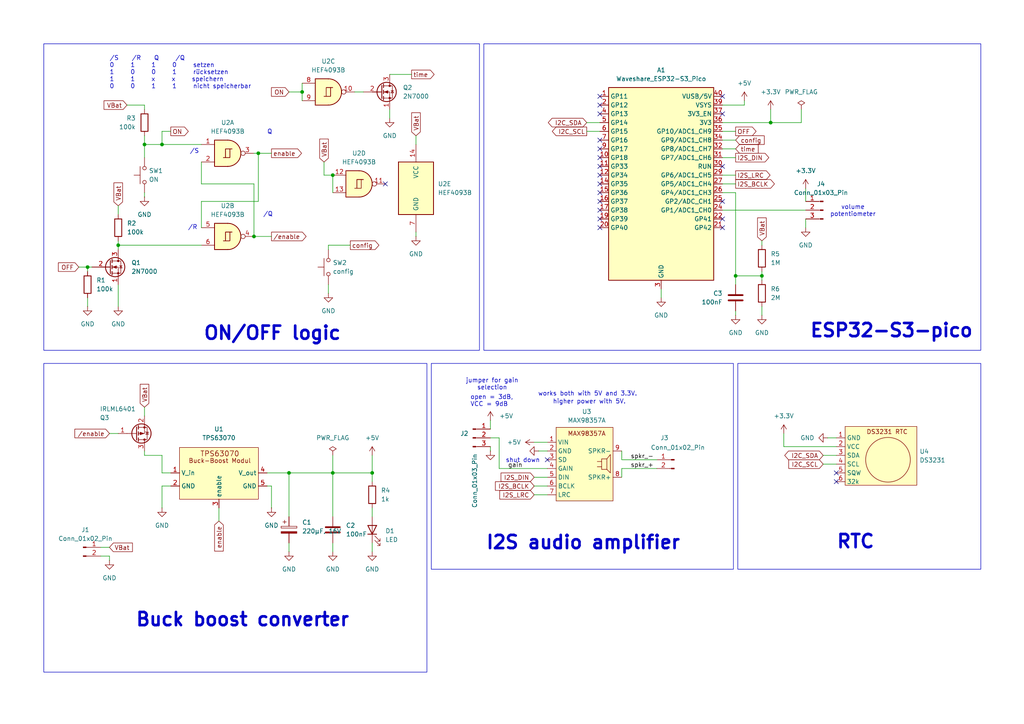
<source format=kicad_sch>
(kicad_sch (version 20250114) (generator "eeschema") (generator_version "9.0")
  (paper "A4")
  (lib_symbols
    (symbol "4xxx:HEF4093B" (pin_names (offset 1.016))
      (property "Reference" "U" (at 0 1.27 0))
      (property "Value" "HEF4093B" (at 0 -1.27 0))
      (symbol "HEF4093B_1_0"
        (polyline (pts (xy -1.27 -1.27) (xy 0.635 -1.27) (xy 0.635 1.27) (xy 1.27 1.27)))
        (polyline (pts (xy -1.27 -1.27) (xy 0.635 -1.27) (xy 0.635 1.27) (xy 1.27 1.27)))
        (polyline (pts (xy -0.635 -1.27) (xy -0.635 1.27) (xy 0.635 1.27)))
        (polyline (pts (xy -0.635 -1.27) (xy -0.635 1.27) (xy 0.635 1.27)))
      )
      (symbol "HEF4093B_1_1"
        (arc (start 0 3.81) (mid 3.7934 0) (end 0 -3.81) (stroke (width 0.254)) (fill (type background)))
        (polyline (pts (xy 0 3.81) (xy -3.81 3.81) (xy -3.81 -3.81) (xy 0 -3.81)) (stroke (width 0.254)) (fill (type background)))
        (pin input line (at -7.62 2.54 0) (length 3.81) (name "~") (number "1"))
        (pin input line (at -7.62 -2.54 0) (length 3.81) (name "~") (number "2"))
        (pin output inverted (at 7.62 0 180) (length 3.81) (name "~") (number "3"))
      )
      (symbol "HEF4093B_1_2"
        (arc (start -3.81 3.81) (mid -2.589 0) (end -3.81 -3.81) (stroke (width 0.254)))
        (polyline (pts (xy -3.81 3.81) (xy -0.635 3.81)) (stroke (width 0.254)) (fill (type background)))
        (polyline (pts (xy -3.81 -3.81) (xy -0.635 -3.81)) (stroke (width 0.254)) (fill (type background)))
        (arc (start 3.81 0) (mid 2.1855 -2.584) (end -0.6096 -3.81) (stroke (width 0.254)) (fill (type background)))
        (arc (start -0.6096 3.81) (mid 2.1928 2.5924) (end 3.81 0) (stroke (width 0.254)) (fill (type background)))
        (polyline (pts (xy -0.635 3.81) (xy -3.81 3.81) (xy -3.81 3.81) (xy -3.556 3.4036) (xy -3.0226 2.2606) (xy -2.6924 1.0414) (xy -2.6162 -0.254) (xy -2.7686 -1.4986) (xy -3.175 -2.7178) (xy -3.81 -3.81) (xy -3.81 -3.81) (xy -0.635 -3.81)) (stroke (width -25.4)) (fill (type background)))
        (pin input inverted (at -7.62 2.54 0) (length 4.318) (name "~") (number "1"))
        (pin input inverted (at -7.62 -2.54 0) (length 4.318) (name "~") (number "2"))
        (pin output line (at 7.62 0 180) (length 3.81) (name "~") (number "3"))
      )
      (symbol "HEF4093B_2_0"
        (polyline (pts (xy -1.27 -1.27) (xy 0.635 -1.27) (xy 0.635 1.27) (xy 1.27 1.27)))
        (polyline (pts (xy -1.27 -1.27) (xy 0.635 -1.27) (xy 0.635 1.27) (xy 1.27 1.27)))
        (polyline (pts (xy -0.635 -1.27) (xy -0.635 1.27) (xy 0.635 1.27)))
        (polyline (pts (xy -0.635 -1.27) (xy -0.635 1.27) (xy 0.635 1.27)))
      )
      (symbol "HEF4093B_2_1"
        (arc (start 0 3.81) (mid 3.7934 0) (end 0 -3.81) (stroke (width 0.254)) (fill (type background)))
        (polyline (pts (xy 0 3.81) (xy -3.81 3.81) (xy -3.81 -3.81) (xy 0 -3.81)) (stroke (width 0.254)) (fill (type background)))
        (pin input line (at -7.62 2.54 0) (length 3.81) (name "~") (number "5"))
        (pin input line (at -7.62 -2.54 0) (length 3.81) (name "~") (number "6"))
        (pin output inverted (at 7.62 0 180) (length 3.81) (name "~") (number "4"))
      )
      (symbol "HEF4093B_2_2"
        (arc (start -3.81 3.81) (mid -2.589 0) (end -3.81 -3.81) (stroke (width 0.254)))
        (polyline (pts (xy -3.81 3.81) (xy -0.635 3.81)) (stroke (width 0.254)) (fill (type background)))
        (polyline (pts (xy -3.81 -3.81) (xy -0.635 -3.81)) (stroke (width 0.254)) (fill (type background)))
        (arc (start 3.81 0) (mid 2.1855 -2.584) (end -0.6096 -3.81) (stroke (width 0.254)) (fill (type background)))
        (arc (start -0.6096 3.81) (mid 2.1928 2.5924) (end 3.81 0) (stroke (width 0.254)) (fill (type background)))
        (polyline (pts (xy -0.635 3.81) (xy -3.81 3.81) (xy -3.81 3.81) (xy -3.556 3.4036) (xy -3.0226 2.2606) (xy -2.6924 1.0414) (xy -2.6162 -0.254) (xy -2.7686 -1.4986) (xy -3.175 -2.7178) (xy -3.81 -3.81) (xy -3.81 -3.81) (xy -0.635 -3.81)) (stroke (width -25.4)) (fill (type background)))
        (pin input inverted (at -7.62 2.54 0) (length 4.318) (name "~") (number "5"))
        (pin input inverted (at -7.62 -2.54 0) (length 4.318) (name "~") (number "6"))
        (pin output line (at 7.62 0 180) (length 3.81) (name "~") (number "4"))
      )
      (symbol "HEF4093B_3_0"
        (polyline (pts (xy -1.27 -1.27) (xy 0.635 -1.27) (xy 0.635 1.27) (xy 1.27 1.27)))
        (polyline (pts (xy -1.27 -1.27) (xy 0.635 -1.27) (xy 0.635 1.27) (xy 1.27 1.27)))
        (polyline (pts (xy -0.635 -1.27) (xy -0.635 1.27) (xy 0.635 1.27)))
        (polyline (pts (xy -0.635 -1.27) (xy -0.635 1.27) (xy 0.635 1.27)))
      )
      (symbol "HEF4093B_3_1"
        (arc (start 0 3.81) (mid 3.7934 0) (end 0 -3.81) (stroke (width 0.254)) (fill (type background)))
        (polyline (pts (xy 0 3.81) (xy -3.81 3.81) (xy -3.81 -3.81) (xy 0 -3.81)) (stroke (width 0.254)) (fill (type background)))
        (pin input line (at -7.62 2.54 0) (length 3.81) (name "~") (number "8"))
        (pin input line (at -7.62 -2.54 0) (length 3.81) (name "~") (number "9"))
        (pin output inverted (at 7.62 0 180) (length 3.81) (name "~") (number "10"))
      )
      (symbol "HEF4093B_3_2"
        (arc (start -3.81 3.81) (mid -2.589 0) (end -3.81 -3.81) (stroke (width 0.254)))
        (polyline (pts (xy -3.81 3.81) (xy -0.635 3.81)) (stroke (width 0.254)) (fill (type background)))
        (polyline (pts (xy -3.81 -3.81) (xy -0.635 -3.81)) (stroke (width 0.254)) (fill (type background)))
        (arc (start 3.81 0) (mid 2.1855 -2.584) (end -0.6096 -3.81) (stroke (width 0.254)) (fill (type background)))
        (arc (start -0.6096 3.81) (mid 2.1928 2.5924) (end 3.81 0) (stroke (width 0.254)) (fill (type background)))
        (polyline (pts (xy -0.635 3.81) (xy -3.81 3.81) (xy -3.81 3.81) (xy -3.556 3.4036) (xy -3.0226 2.2606) (xy -2.6924 1.0414) (xy -2.6162 -0.254) (xy -2.7686 -1.4986) (xy -3.175 -2.7178) (xy -3.81 -3.81) (xy -3.81 -3.81) (xy -0.635 -3.81)) (stroke (width -25.4)) (fill (type background)))
        (pin input inverted (at -7.62 2.54 0) (length 4.318) (name "~") (number "8"))
        (pin input inverted (at -7.62 -2.54 0) (length 4.318) (name "~") (number "9"))
        (pin output line (at 7.62 0 180) (length 3.81) (name "~") (number "10"))
      )
      (symbol "HEF4093B_4_0"
        (polyline (pts (xy -1.27 -1.27) (xy 0.635 -1.27) (xy 0.635 1.27) (xy 1.27 1.27)))
        (polyline (pts (xy -1.27 -1.27) (xy 0.635 -1.27) (xy 0.635 1.27) (xy 1.27 1.27)))
        (polyline (pts (xy -0.635 -1.27) (xy -0.635 1.27) (xy 0.635 1.27)))
        (polyline (pts (xy -0.635 -1.27) (xy -0.635 1.27) (xy 0.635 1.27)))
      )
      (symbol "HEF4093B_4_1"
        (arc (start 0 3.81) (mid 3.7934 0) (end 0 -3.81) (stroke (width 0.254)) (fill (type background)))
        (polyline (pts (xy 0 3.81) (xy -3.81 3.81) (xy -3.81 -3.81) (xy 0 -3.81)) (stroke (width 0.254)) (fill (type background)))
        (pin input line (at -7.62 2.54 0) (length 3.81) (name "~") (number "12"))
        (pin input line (at -7.62 -2.54 0) (length 3.81) (name "~") (number "13"))
        (pin output inverted (at 7.62 0 180) (length 3.81) (name "~") (number "11"))
      )
      (symbol "HEF4093B_4_2"
        (arc (start -3.81 3.81) (mid -2.589 0) (end -3.81 -3.81) (stroke (width 0.254)))
        (polyline (pts (xy -3.81 3.81) (xy -0.635 3.81)) (stroke (width 0.254)) (fill (type background)))
        (polyline (pts (xy -3.81 -3.81) (xy -0.635 -3.81)) (stroke (width 0.254)) (fill (type background)))
        (arc (start 3.81 0) (mid 2.1855 -2.584) (end -0.6096 -3.81) (stroke (width 0.254)) (fill (type background)))
        (arc (start -0.6096 3.81) (mid 2.1928 2.5924) (end 3.81 0) (stroke (width 0.254)) (fill (type background)))
        (polyline (pts (xy -0.635 3.81) (xy -3.81 3.81) (xy -3.81 3.81) (xy -3.556 3.4036) (xy -3.0226 2.2606) (xy -2.6924 1.0414) (xy -2.6162 -0.254) (xy -2.7686 -1.4986) (xy -3.175 -2.7178) (xy -3.81 -3.81) (xy -3.81 -3.81) (xy -0.635 -3.81)) (stroke (width -25.4)) (fill (type background)))
        (pin input inverted (at -7.62 2.54 0) (length 4.318) (name "~") (number "12"))
        (pin input inverted (at -7.62 -2.54 0) (length 4.318) (name "~") (number "13"))
        (pin output line (at 7.62 0 180) (length 3.81) (name "~") (number "11"))
      )
      (symbol "HEF4093B_5_0"
        (pin power_in line (at 0 12.7 270) (length 5.08) (name "VCC") (number "14"))
        (pin power_in line (at 0 -12.7 90) (length 5.08) (name "GND") (number "7"))
      )
      (symbol "HEF4093B_5_1"
        (rectangle (start -5.08 7.62) (end 5.08 -7.62) (stroke (width 0.254)) (fill (type background)))
      )
    )
    (symbol "Connector:Conn_01x02_Pin" (pin_names (offset 1.016) (hide yes))
      (property "Reference" "J" (at 0 2.54 0))
      (property "Value" "Conn_01x02_Pin" (at 0 -5.08 0))
      (symbol "Conn_01x02_Pin_1_1"
        (rectangle (start 0.8636 0.127) (end 0 -0.127) (stroke (width 0.1524)) (fill (type outline)))
        (rectangle (start 0.8636 -2.413) (end 0 -2.667) (stroke (width 0.1524)) (fill (type outline)))
        (polyline (pts (xy 1.27 0) (xy 0.8636 0)) (stroke (width 0.1524)))
        (polyline (pts (xy 1.27 -2.54) (xy 0.8636 -2.54)) (stroke (width 0.1524)))
        (pin passive line (at 5.08 0 180) (length 3.81) (name "Pin_1") (number "1"))
        (pin passive line (at 5.08 -2.54 180) (length 3.81) (name "Pin_2") (number "2"))
      )
    )
    (symbol "Connector:Conn_01x03_Pin" (pin_names (offset 1.016) (hide yes))
      (property "Reference" "J" (at 0 5.08 0))
      (property "Value" "Conn_01x03_Pin" (at 0 -5.08 0))
      (symbol "Conn_01x03_Pin_1_1"
        (rectangle (start 0.8636 2.667) (end 0 2.413) (stroke (width 0.1524)) (fill (type outline)))
        (rectangle (start 0.8636 0.127) (end 0 -0.127) (stroke (width 0.1524)) (fill (type outline)))
        (rectangle (start 0.8636 -2.413) (end 0 -2.667) (stroke (width 0.1524)) (fill (type outline)))
        (polyline (pts (xy 1.27 2.54) (xy 0.8636 2.54)) (stroke (width 0.1524)))
        (polyline (pts (xy 1.27 0) (xy 0.8636 0)) (stroke (width 0.1524)))
        (polyline (pts (xy 1.27 -2.54) (xy 0.8636 -2.54)) (stroke (width 0.1524)))
        (pin passive line (at 5.08 2.54 180) (length 3.81) (name "Pin_1") (number "1"))
        (pin passive line (at 5.08 0 180) (length 3.81) (name "Pin_2") (number "2"))
        (pin passive line (at 5.08 -2.54 180) (length 3.81) (name "Pin_3") (number "3"))
      )
    )
    (symbol "Device:C" (pin_numbers (hide yes)) (pin_names (offset 0.254))
      (property "Reference" "C" (at 0.635 2.54 0))
      (property "Value" "C" (at 0.635 -2.54 0))
      (symbol "C_0_1"
        (polyline (pts (xy -2.032 0.762) (xy 2.032 0.762)) (stroke (width 0.508)))
        (polyline (pts (xy -2.032 -0.762) (xy 2.032 -0.762)) (stroke (width 0.508)))
      )
      (symbol "C_1_1"
        (pin passive line (at 0 3.81 270) (length 2.794) (name "~") (number "1"))
        (pin passive line (at 0 -3.81 90) (length 2.794) (name "~") (number "2"))
      )
    )
    (symbol "Device:C_Polarized" (pin_numbers (hide yes)) (pin_names (offset 0.254))
      (property "Reference" "C" (at 0.635 2.54 0))
      (property "Value" "C_Polarized" (at 0.635 -2.54 0))
      (symbol "C_Polarized_0_1"
        (rectangle (start -2.286 0.508) (end 2.286 1.016))
        (polyline (pts (xy -1.778 2.286) (xy -0.762 2.286)))
        (polyline (pts (xy -1.27 2.794) (xy -1.27 1.778)))
        (rectangle (start 2.286 -0.508) (end -2.286 -1.016) (fill (type outline)))
      )
      (symbol "C_Polarized_1_1"
        (pin passive line (at 0 3.81 270) (length 2.794) (name "~") (number "1"))
        (pin passive line (at 0 -3.81 90) (length 2.794) (name "~") (number "2"))
      )
    )
    (symbol "Device:LED" (pin_numbers (hide yes)) (pin_names (offset 1.016) (hide yes))
      (property "Reference" "D" (at 0 2.54 0))
      (property "Value" "LED" (at 0 -2.54 0))
      (symbol "LED_0_1"
        (polyline (pts (xy -3.048 -0.762) (xy -4.572 -2.286) (xy -3.81 -2.286) (xy -4.572 -2.286) (xy -4.572 -1.524)))
        (polyline (pts (xy -1.778 -0.762) (xy -3.302 -2.286) (xy -2.54 -2.286) (xy -3.302 -2.286) (xy -3.302 -1.524)))
        (polyline (pts (xy -1.27 0) (xy 1.27 0)))
        (polyline (pts (xy -1.27 -1.27) (xy -1.27 1.27)) (stroke (width 0.254)))
        (polyline (pts (xy 1.27 -1.27) (xy 1.27 1.27) (xy -1.27 0) (xy 1.27 -1.27)) (stroke (width 0.254)))
      )
      (symbol "LED_1_1"
        (pin passive line (at -3.81 0 0) (length 2.54) (name "K") (number "1"))
        (pin passive line (at 3.81 0 180) (length 2.54) (name "A") (number "2"))
      )
    )
    (symbol "Device:R" (pin_numbers (hide yes)) (pin_names (offset 0))
      (property "Reference" "R" (at 2.032 0 90))
      (property "Value" "R" (at 0 0 90))
      (symbol "R_0_1"
        (rectangle (start -1.016 -2.54) (end 1.016 2.54) (stroke (width 0.254)))
      )
      (symbol "R_1_1"
        (pin passive line (at 0 3.81 270) (length 1.27) (name "~") (number "1"))
        (pin passive line (at 0 -3.81 90) (length 1.27) (name "~") (number "2"))
      )
    )
    (symbol "New_Library:DS3231"
      (property "Reference" "U" (at 0 10.922 0))
      (symbol "DS3231_0_1"
        (circle (center 2.286 0) (radius 6.4758))
      )
      (symbol "DS3231_1_1"
        (rectangle (start -10.16 9.652) (end 10.668 -7.366) (fill (type background)))
        (text "DS3231 RTC" (at 2.032 8.128 0) (effects (font (size 1.27 1.27))))
        (pin power_in line (at -12.7 6.35 0) (length 2.54) (name "GND") (number "1"))
        (pin power_in line (at -12.7 6.35 0) (length 2.54) (hide yes) (name "GND") (number "10"))
        (pin power_in line (at -12.7 3.81 0) (length 2.54) (name "VCC") (number "2"))
        (pin power_in line (at -12.7 3.81 0) (length 2.54) (hide yes) (name "VCC") (number "9"))
        (pin bidirectional line (at -12.7 1.27 0) (length 2.54) (name "SDA") (number "3"))
        (pin bidirectional line (at -12.7 1.27 0) (length 2.54) (hide yes) (name "SDA") (number "8"))
        (pin input line (at -12.7 -1.27 0) (length 2.54) (name "SCL") (number "4"))
        (pin input line (at -12.7 -1.27 0) (length 2.54) (hide yes) (name "SCL") (number "7"))
        (pin output line (at -12.7 -3.81 0) (length 2.54) (name "SQW") (number "5"))
        (pin output line (at -12.7 -6.35 0) (length 2.54) (name "32k") (number "6"))
      )
    )
    (symbol "New_Library:MAX98357A"
      (property "Reference" "U" (at 0 14.224 0))
      (symbol "MAX98357A_0_1"
        (rectangle (start 4.318 2.794) (end 5.842 -0.254))
        (polyline (pts (xy 4.318 2.032) (xy 3.048 2.032)))
        (polyline (pts (xy 4.318 0.508) (xy 3.048 0.508)))
        (polyline (pts (xy 5.842 2.794) (xy 6.858 4.064) (xy 6.858 -1.27) (xy 5.842 -0.254)))
      )
      (symbol "MAX98357A_1_1"
        (rectangle (start -8.89 11.938) (end 7.62 -9.398) (fill (type background)))
        (text "MAX98357A" (at 0 10.16 0) (effects (font (size 1.27 1.27))))
        (pin input line (at -11.43 7.62 0) (length 2.54) (name "VIN") (number "1"))
        (pin input line (at -11.43 5.08 0) (length 2.54) (name "GND") (number "2"))
        (pin input line (at -11.43 2.54 0) (length 2.54) (name "SD") (number "3"))
        (pin input line (at -11.43 0 0) (length 2.54) (name "GAIN") (number "4"))
        (pin input line (at -11.43 -2.54 0) (length 2.54) (name "DIN") (number "5"))
        (pin input line (at -11.43 -5.08 0) (length 2.54) (name "BCLK") (number "6"))
        (pin input line (at -11.43 -7.62 0) (length 2.54) (name "LRC") (number "7"))
        (pin input line (at 10.16 5.08 180) (length 2.54) (name "SPKR-") (number "9"))
        (pin input line (at 10.16 -2.54 180) (length 2.54) (name "SPKR+") (number "8"))
      )
    )
    (symbol "New_Library:SW_MEC_5G" (pin_numbers (hide yes)) (pin_names (offset 1.016) (hide yes))
      (property "Reference" "SW" (at 1.27 2.54 0))
      (property "Value" "SW_MEC_5G" (at 0 -1.524 0))
      (symbol "SW_MEC_5G_0_1"
        (circle (center -2.032 0) (radius 0.508))
        (polyline (pts (xy 0 1.27) (xy 0 3.048)))
        (circle (center 2.032 0) (radius 0.508))
        (polyline (pts (xy 2.54 1.27) (xy -2.54 1.27)))
      )
      (symbol "SW_MEC_5G_1_1"
        (pin passive line (at -5.08 0 0) (length 2.54) (name "A") (number "1"))
        (pin passive line (at 5.08 0 180) (length 2.54) (name "B") (number "2"))
      )
    )
    (symbol "New_Library:TPS63070"
      (property "Reference" "U" (at 0 10.414 0))
      (symbol "TPS63070_1_1"
        (rectangle (start -11.43 7.366) (end 11.43 -7.62) (fill (type background)))
        (text "TPS63070" (at 0.254 5.588 0) (effects (font (size 1.5 1.5))))
        (text "Buck-Boost Modul" (at 0.254 3.556 0) (effects (font (size 1.27 1.27))))
        (pin input line (at -13.97 0 0) (length 2.54) (name "V_in") (number "1"))
        (pin input line (at -13.97 -3.81 0) (length 2.54) (name "GND") (number "2"))
        (pin input line (at 0 -10.16 90) (length 2.54) (name "enable") (number "3"))
        (pin output line (at 13.97 0 180) (length 2.54) (name "V_out") (number "4"))
        (pin output line (at 13.97 -3.81 180) (length 2.54) (name "GND") (number "5"))
      )
    )
    (symbol "New_Library:Waveshare_ESP32-S3_Pico"
      (property "Reference" "A" (at -14.986 23.622 0))
      (property "Value" "Waveshare_ESP32-S3_Pico" (at 3.81 -25.654 0))
      (symbol "Waveshare_ESP32-S3_Pico_0_1"
        (rectangle (start -15.24 22.86) (end 15.24 -33.02) (stroke (width 0.254)) (fill (type background)))
      )
      (symbol "Waveshare_ESP32-S3_Pico_1_1"
        (pin bidirectional line (at -17.78 20.32 0) (length 2.54) (name "GP11") (number "1"))
        (pin bidirectional line (at -17.78 17.78 0) (length 2.54) (name "GP12") (number "2"))
        (pin bidirectional line (at -17.78 15.24 0) (length 2.54) (name "GP13") (number "4"))
        (pin bidirectional line (at -17.78 12.7 0) (length 2.54) (name "GP14") (number "5"))
        (pin bidirectional line (at -17.78 10.16 0) (length 2.54) (name "GP15") (number "6"))
        (pin bidirectional line (at -17.78 7.62 0) (length 2.54) (name "GP16") (number "7"))
        (pin bidirectional line (at -17.78 5.08 0) (length 2.54) (name "GP17") (number "9"))
        (pin bidirectional line (at -17.78 2.54 0) (length 2.54) (name "GP18") (number "10"))
        (pin bidirectional line (at -17.78 0 0) (length 2.54) (name "GP33") (number "11"))
        (pin bidirectional line (at -17.78 -2.54 0) (length 2.54) (name "GP34") (number "12"))
        (pin bidirectional line (at -17.78 -5.08 0) (length 2.54) (name "GP35") (number "14"))
        (pin bidirectional line (at -17.78 -7.62 0) (length 2.54) (name "GP36") (number "15"))
        (pin bidirectional line (at -17.78 -10.16 0) (length 2.54) (name "GP37") (number "16"))
        (pin bidirectional line (at -17.78 -12.7 0) (length 2.54) (name "GP38") (number "17"))
        (pin bidirectional line (at -17.78 -15.24 0) (length 2.54) (name "GP39") (number "19"))
        (pin bidirectional line (at -17.78 -17.78 0) (length 2.54) (name "GP40") (number "20"))
        (pin power_in line (at 0 -35.56 90) (length 2.54) (hide yes) (name "GND") (number "13"))
        (pin power_in line (at 0 -35.56 90) (length 2.54) (hide yes) (name "GND") (number "18"))
        (pin power_in line (at 0 -35.56 90) (length 2.54) (hide yes) (name "GND") (number "23"))
        (pin power_in line (at 0 -35.56 90) (length 2.54) (hide yes) (name "GND") (number "28"))
        (pin power_in line (at 0 -35.56 90) (length 2.54) (name "GND") (number "3"))
        (pin passive line (at 0 -35.56 90) (length 2.54) (hide yes) (name "GND") (number "33"))
        (pin power_in line (at 0 -35.56 90) (length 2.54) (hide yes) (name "GND") (number "38"))
        (pin power_in line (at 0 -35.56 90) (length 2.54) (hide yes) (name "GND") (number "8"))
        (pin power_out line (at 17.78 20.32 180) (length 2.54) (name "VUSB/5V") (number "40"))
        (pin power_in line (at 17.78 17.78 180) (length 2.54) (name "VSYS") (number "39"))
        (pin input line (at 17.78 15.24 180) (length 2.54) (name "3V3_EN") (number "37"))
        (pin power_out line (at 17.78 12.7 180) (length 2.54) (name "3V3") (number "36"))
        (pin bidirectional line (at 17.78 10.16 180) (length 2.54) (name "GP10/ADC1_CH9") (number "35"))
        (pin bidirectional line (at 17.78 7.62 180) (length 2.54) (name "GP9/ADC1_CH8") (number "34"))
        (pin bidirectional line (at 17.78 5.08 180) (length 2.54) (name "GP8/ADC1_CH7") (number "32"))
        (pin bidirectional line (at 17.78 2.54 180) (length 2.54) (name "GP7/ADC1_CH6") (number "31"))
        (pin bidirectional line (at 17.78 0 180) (length 2.54) (name "RUN") (number "30"))
        (pin bidirectional line (at 17.78 -2.54 180) (length 2.54) (name "GP6/ADC1_CH5") (number "29"))
        (pin bidirectional line (at 17.78 -5.08 180) (length 2.54) (name "GP5/ADC1_CH4") (number "27"))
        (pin bidirectional line (at 17.78 -7.62 180) (length 2.54) (name "GP4/ADC1_CH3") (number "26"))
        (pin bidirectional line (at 17.78 -10.16 180) (length 2.54) (name "GP2/ADC_CH1") (number "25"))
        (pin bidirectional line (at 17.78 -12.7 180) (length 2.54) (name "GP1/ADC1_CH0") (number "24"))
        (pin bidirectional line (at 17.78 -15.24 180) (length 2.54) (name "GP41") (number "22"))
        (pin bidirectional line (at 17.78 -17.78 180) (length 2.54) (name "GP42") (number "21"))
      )
    )
    (symbol "Transistor_FET:IRLML6401" (pin_names (hide yes))
      (property "Reference" "Q" (at 5.08 1.905 0))
      (property "Value" "IRLML6401" (at 5.08 0 0))
      (symbol "IRLML6401_0_1"
        (polyline (pts (xy 0.254 1.905) (xy 0.254 -1.905)) (stroke (width 0.254)))
        (polyline (pts (xy 0.254 0) (xy -2.54 0)))
        (polyline (pts (xy 0.762 2.286) (xy 0.762 1.27)) (stroke (width 0.254)))
        (polyline (pts (xy 0.762 1.778) (xy 3.302 1.778) (xy 3.302 -1.778) (xy 0.762 -1.778)))
        (polyline (pts (xy 0.762 0.508) (xy 0.762 -0.508)) (stroke (width 0.254)))
        (polyline (pts (xy 0.762 -1.27) (xy 0.762 -2.286)) (stroke (width 0.254)))
        (circle (center 1.651 0) (radius 2.794) (stroke (width 0.254)))
        (polyline (pts (xy 2.286 0) (xy 1.27 0.381) (xy 1.27 -0.381) (xy 2.286 0)) (fill (type outline)))
        (polyline (pts (xy 2.54 2.54) (xy 2.54 1.778)))
        (circle (center 2.54 1.778) (radius 0.254) (fill (type outline)))
        (circle (center 2.54 -1.778) (radius 0.254) (fill (type outline)))
        (polyline (pts (xy 2.54 -2.54) (xy 2.54 0) (xy 0.762 0)))
        (polyline (pts (xy 2.794 -0.508) (xy 2.921 -0.381) (xy 3.683 -0.381) (xy 3.81 -0.254)))
        (polyline (pts (xy 3.302 -0.381) (xy 2.921 0.254) (xy 3.683 0.254) (xy 3.302 -0.381)))
      )
      (symbol "IRLML6401_1_1"
        (pin input line (at -5.08 0 0) (length 2.54) (name "G") (number "1"))
        (pin passive line (at 2.54 5.08 270) (length 2.54) (name "D") (number "3"))
        (pin passive line (at 2.54 -5.08 90) (length 2.54) (name "S") (number "2"))
      )
    )
    (symbol "Transistor_FET:Q_NMOS_SGD" (pin_names (offset 0) (hide yes))
      (property "Reference" "Q" (at 5.08 1.905 0))
      (property "Value" "Q_NMOS_SGD" (at 5.08 0 0))
      (symbol "Q_NMOS_SGD_0_1"
        (polyline (pts (xy 0.254 1.905) (xy 0.254 -1.905)) (stroke (width 0.254)))
        (polyline (pts (xy 0.254 0) (xy -2.54 0)))
        (polyline (pts (xy 0.762 2.286) (xy 0.762 1.27)) (stroke (width 0.254)))
        (polyline (pts (xy 0.762 0.508) (xy 0.762 -0.508)) (stroke (width 0.254)))
        (polyline (pts (xy 0.762 -1.27) (xy 0.762 -2.286)) (stroke (width 0.254)))
        (polyline (pts (xy 0.762 -1.778) (xy 3.302 -1.778) (xy 3.302 1.778) (xy 0.762 1.778)))
        (polyline (pts (xy 1.016 0) (xy 2.032 0.381) (xy 2.032 -0.381) (xy 1.016 0)) (fill (type outline)))
        (circle (center 1.651 0) (radius 2.794) (stroke (width 0.254)))
        (polyline (pts (xy 2.54 2.54) (xy 2.54 1.778)))
        (circle (center 2.54 1.778) (radius 0.254) (fill (type outline)))
        (circle (center 2.54 -1.778) (radius 0.254) (fill (type outline)))
        (polyline (pts (xy 2.54 -2.54) (xy 2.54 0) (xy 0.762 0)))
        (polyline (pts (xy 2.921 0.381) (xy 3.683 0.381)))
        (polyline (pts (xy 3.302 0.381) (xy 2.921 -0.254) (xy 3.683 -0.254) (xy 3.302 0.381)))
      )
      (symbol "Q_NMOS_SGD_1_1"
        (pin input line (at -5.08 0 0) (length 5.08) (name "G") (number "2"))
        (pin passive line (at 2.54 5.08 270) (length 2.54) (name "D") (number "3"))
        (pin passive line (at 2.54 -5.08 90) (length 2.54) (name "S") (number "1"))
      )
    )
    (symbol "power:+3.3V" (power) (pin_numbers (hide yes)) (pin_names (offset 0) (hide yes))
      (property "Value" "+3.3V" (at 0 3.556 0))
      (symbol "+3.3V_0_1"
        (polyline (pts (xy -0.762 1.27) (xy 0 2.54)))
        (polyline (pts (xy 0 2.54) (xy 0.762 1.27)))
        (polyline (pts (xy 0 0) (xy 0 2.54)))
      )
      (symbol "+3.3V_1_1"
        (pin power_in line (at 0 0 90) (length 0) (name "~") (number "1"))
      )
    )
    (symbol "power:+5V" (power) (pin_numbers (hide yes)) (pin_names (offset 0) (hide yes))
      (property "Value" "+5V" (at 0 3.556 0))
      (symbol "+5V_0_1"
        (polyline (pts (xy -0.762 1.27) (xy 0 2.54)))
        (polyline (pts (xy 0 2.54) (xy 0.762 1.27)))
        (polyline (pts (xy 0 0) (xy 0 2.54)))
      )
      (symbol "+5V_1_1"
        (pin power_in line (at 0 0 90) (length 0) (name "~") (number "1"))
      )
    )
    (symbol "power:GND" (power) (pin_numbers (hide yes)) (pin_names (offset 0) (hide yes))
      (property "Value" "GND" (at 0 -3.81 0))
      (symbol "GND_0_1"
        (polyline (pts (xy 0 0) (xy 0 -1.27) (xy 1.27 -1.27) (xy 0 -2.54) (xy -1.27 -1.27) (xy 0 -1.27)))
      )
      (symbol "GND_1_1"
        (pin power_in line (at 0 0 270) (length 0) (name "~") (number "1"))
      )
    )
    (symbol "power:PWR_FLAG" (power) (pin_numbers (hide yes)) (pin_names (offset 0) (hide yes))
      (property "Value" "PWR_FLAG" (at 0 3.81 0))
      (symbol "PWR_FLAG_0_0"
        (pin power_out line (at 0 0 90) (length 0) (name "~") (number "1"))
      )
      (symbol "PWR_FLAG_0_1"
        (polyline (pts (xy 0 0) (xy 0 1.27) (xy -1.016 1.905) (xy 0 2.54) (xy 1.016 1.905) (xy 0 1.27)))
      )
    )
  )
  (rectangle (start 12.7 105.41) (end 123.825 194.945))
  (rectangle (start 125.095 105.41) (end 212.725 165.1))
  (rectangle (start 140.335 12.7) (end 284.48 101.6))
  (rectangle (start 12.7 12.7) (end 139.065 101.6))
  (rectangle (start 213.995 105.41) (end 284.48 165.1))
  (text "/S    /R    Q     /Q\n0     1     1     0     setzen\n1     0     0     1     rücksetzen\n1     1     x     x     speichern\n0     0     1     1     nicht speicherbar" (at 31.75 21.082 0) (effects (font (size 1.27 1.27)) (justify left)))
  (text "open = 3dB, \nVCC = 9dB" (at 136.398 116.332 0) (effects (font (size 1.27 1.27)) (justify left)))
  (text "I2S audio amplifier" (at 169.164 157.48 0) (effects (font (size 3.81 3.81) (thickness 0.762) (bold yes))))
  (text "Q" (at 78.232 38.354 0) (effects (font (size 1.27 1.27))))
  (text "ESP32-S3-pico" (at 258.572 96.012 0) (effects (font (size 3.81 3.81) (thickness 0.762) (bold yes))))
  (text "jumper for gain\nselection" (at 142.748 111.506 0) (effects (font (size 1.27 1.27))))
  (text "/R" (at 55.88 66.04 0) (effects (font (size 1.27 1.27))))
  (text "/S" (at 56.388 43.942 0) (effects (font (size 1.27 1.27))))
  (text "works both with 5V and 3.3V." (at 170.434 114.3 0) (effects (font (size 1.27 1.27))))
  (text "RTC\n" (at 248.158 157.226 0) (effects (font (size 3.81 3.81) (thickness 0.762) (bold yes))))
  (text "higher power with 5V." (at 170.942 116.586 0) (effects (font (size 1.27 1.27))))
  (text "Buck boost converter" (at 70.358 179.832 0) (effects (font (size 3.81 3.81) (thickness 0.762) (bold yes))))
  (text "shut down" (at 151.638 133.604 0) (effects (font (size 1.27 1.27))))
  (text "ON/OFF logic" (at 78.994 96.774 0) (effects (font (size 3.81 3.81) (thickness 0.762) (bold yes))))
  (text "volume\npotentiometer" (at 247.396 61.214 0) (effects (font (size 1.27 1.27))))
  (text "/Q" (at 77.724 62.23 0) (effects (font (size 1.27 1.27))))
  (junction (at 213.36 80.01))
  (junction (at 74.93 44.45))
  (junction (at 87.63 26.67))
  (junction (at 220.98 80.01))
  (junction (at 73.66 68.58))
  (junction (at 96.52 137.16))
  (junction (at 96.52 50.8))
  (junction (at 25.4 77.47))
  (junction (at 34.29 71.12))
  (junction (at 107.95 137.16))
  (junction (at 46.99 41.91))
  (junction (at 223.52 35.56))
  (junction (at 83.82 137.16))
  (junction (at 41.91 41.91))
  (no_connect (at 209.55 58.42))
  (no_connect (at 173.99 48.26))
  (no_connect (at 173.99 60.96))
  (no_connect (at 209.55 66.04))
  (no_connect (at 209.55 33.02))
  (no_connect (at 173.99 55.88))
  (no_connect (at 173.99 63.5))
  (no_connect (at 173.99 53.34))
  (no_connect (at 173.99 50.8))
  (no_connect (at 209.55 63.5))
  (no_connect (at 173.99 45.72))
  (no_connect (at 173.99 58.42))
  (no_connect (at 173.99 30.48))
  (no_connect (at 173.99 33.02))
  (no_connect (at 209.55 48.26))
  (no_connect (at 158.75 133.35))
  (no_connect (at 173.99 27.94))
  (no_connect (at 173.99 40.64))
  (no_connect (at 209.55 27.94))
  (no_connect (at 173.99 66.04))
  (no_connect (at 242.57 137.16))
  (no_connect (at 173.99 43.18))
  (no_connect (at 111.76 53.34))
  (no_connect (at 242.57 139.7))
  (wire (pts (xy 29.21 158.75) (xy 31.75 158.75)))
  (wire (pts (xy 25.4 77.47) (xy 26.67 77.47)))
  (wire (pts (xy 180.34 133.35) (xy 190.5 133.35)))
  (wire (pts (xy 170.18 35.56) (xy 173.99 35.56)))
  (wire (pts (xy 41.91 30.48) (xy 41.91 31.75)))
  (wire (pts (xy 144.78 135.89) (xy 158.75 135.89)))
  (wire (pts (xy 223.52 35.56) (xy 209.55 35.56)))
  (wire (pts (xy 180.34 135.89) (xy 180.34 138.43)))
  (wire (pts (xy 144.78 127) (xy 144.78 135.89)))
  (wire (pts (xy 223.52 31.75) (xy 223.52 35.56)))
  (wire (pts (xy 142.24 127) (xy 144.78 127)))
  (wire (pts (xy 46.99 147.32) (xy 46.99 140.97)))
  (wire (pts (xy 25.4 86.36) (xy 25.4 88.9)))
  (wire (pts (xy 96.52 132.08) (xy 96.52 137.16)))
  (wire (pts (xy 238.76 132.08) (xy 242.57 132.08)))
  (wire (pts (xy 227.33 129.54) (xy 242.57 129.54)))
  (wire (pts (xy 107.95 137.16) (xy 107.95 139.7)))
  (wire (pts (xy 142.24 121.92) (xy 142.24 124.46)))
  (wire (pts (xy 73.66 68.58) (xy 78.74 68.58)))
  (wire (pts (xy 119.38 21.59) (xy 113.03 21.59)))
  (wire (pts (xy 238.76 134.62) (xy 242.57 134.62)))
  (wire (pts (xy 96.52 157.48) (xy 96.52 160.02)))
  (wire (pts (xy 46.99 41.91) (xy 46.99 38.1)))
  (wire (pts (xy 180.34 133.35) (xy 180.34 130.81)))
  (wire (pts (xy 220.98 80.01) (xy 213.36 80.01)))
  (wire (pts (xy 41.91 132.08) (xy 46.99 132.08)))
  (wire (pts (xy 73.66 44.45) (xy 74.93 44.45)))
  (wire (pts (xy 154.94 128.27) (xy 158.75 128.27)))
  (wire (pts (xy 58.42 46.99) (xy 58.42 53.34)))
  (wire (pts (xy 107.95 157.48) (xy 107.95 160.02)))
  (wire (pts (xy 31.75 161.29) (xy 31.75 162.56)))
  (wire (pts (xy 31.75 125.73) (xy 34.29 125.73)))
  (wire (pts (xy 34.29 59.69) (xy 34.29 62.23)))
  (wire (pts (xy 120.65 39.37) (xy 120.65 41.91)))
  (wire (pts (xy 41.91 41.91) (xy 41.91 45.72)))
  (wire (pts (xy 209.55 38.1) (xy 213.36 38.1)))
  (wire (pts (xy 77.47 140.97) (xy 78.74 140.97)))
  (wire (pts (xy 58.42 53.34) (xy 73.66 53.34)))
  (wire (pts (xy 87.63 24.13) (xy 87.63 26.67)))
  (wire (pts (xy 63.5 147.32) (xy 63.5 151.13)))
  (wire (pts (xy 36.83 30.48) (xy 41.91 30.48)))
  (wire (pts (xy 41.91 130.81) (xy 41.91 132.08)))
  (wire (pts (xy 83.82 137.16) (xy 83.82 149.86)))
  (wire (pts (xy 209.55 40.64) (xy 213.36 40.64)))
  (wire (pts (xy 73.66 53.34) (xy 73.66 68.58)))
  (wire (pts (xy 41.91 39.37) (xy 41.91 41.91)))
  (wire (pts (xy 22.86 77.47) (xy 25.4 77.47)))
  (wire (pts (xy 191.77 83.82) (xy 191.77 86.36)))
  (wire (pts (xy 34.29 71.12) (xy 58.42 71.12)))
  (wire (pts (xy 170.18 38.1) (xy 173.99 38.1)))
  (wire (pts (xy 74.93 58.42) (xy 74.93 44.45)))
  (wire (pts (xy 209.55 60.96) (xy 233.68 60.96)))
  (wire (pts (xy 74.93 44.45) (xy 78.74 44.45)))
  (wire (pts (xy 154.94 138.43) (xy 158.75 138.43)))
  (wire (pts (xy 46.99 137.16) (xy 49.53 137.16)))
  (wire (pts (xy 25.4 77.47) (xy 25.4 78.74)))
  (wire (pts (xy 46.99 140.97) (xy 49.53 140.97)))
  (wire (pts (xy 95.25 72.39) (xy 95.25 71.12)))
  (wire (pts (xy 154.94 140.97) (xy 158.75 140.97)))
  (wire (pts (xy 83.82 137.16) (xy 96.52 137.16)))
  (wire (pts (xy 96.52 50.8) (xy 96.52 55.88)))
  (wire (pts (xy 107.95 147.32) (xy 107.95 149.86)))
  (wire (pts (xy 49.53 38.1) (xy 46.99 38.1)))
  (wire (pts (xy 34.29 71.12) (xy 34.29 72.39)))
  (wire (pts (xy 209.55 53.34) (xy 213.36 53.34)))
  (wire (pts (xy 232.41 35.56) (xy 223.52 35.56)))
  (wire (pts (xy 41.91 41.91) (xy 46.99 41.91)))
  (wire (pts (xy 83.82 26.67) (xy 87.63 26.67)))
  (wire (pts (xy 107.95 132.08) (xy 107.95 137.16)))
  (wire (pts (xy 209.55 43.18) (xy 213.36 43.18)))
  (wire (pts (xy 213.36 80.01) (xy 213.36 82.55)))
  (wire (pts (xy 93.98 46.99) (xy 93.98 50.8)))
  (wire (pts (xy 46.99 132.08) (xy 46.99 137.16)))
  (wire (pts (xy 220.98 78.74) (xy 220.98 80.01)))
  (wire (pts (xy 96.52 137.16) (xy 96.52 149.86)))
  (wire (pts (xy 83.82 157.48) (xy 83.82 160.02)))
  (wire (pts (xy 95.25 82.55) (xy 95.25 85.09)))
  (wire (pts (xy 180.34 135.89) (xy 190.5 135.89)))
  (wire (pts (xy 142.24 129.54) (xy 142.24 130.81)))
  (wire (pts (xy 233.68 63.5) (xy 233.68 66.04)))
  (wire (pts (xy 113.03 31.75) (xy 113.03 34.29)))
  (wire (pts (xy 227.33 125.73) (xy 227.33 129.54)))
  (wire (pts (xy 213.36 90.17) (xy 213.36 91.44)))
  (wire (pts (xy 58.42 66.04) (xy 58.42 58.42)))
  (wire (pts (xy 233.68 54.61) (xy 233.68 58.42)))
  (wire (pts (xy 232.41 31.75) (xy 232.41 35.56)))
  (wire (pts (xy 120.65 67.31) (xy 120.65 68.58)))
  (wire (pts (xy 46.99 41.91) (xy 58.42 41.91)))
  (wire (pts (xy 41.91 118.11) (xy 41.91 120.65)))
  (wire (pts (xy 209.55 55.88) (xy 213.36 55.88)))
  (wire (pts (xy 215.9 30.48) (xy 215.9 29.21)))
  (wire (pts (xy 93.98 50.8) (xy 96.52 50.8)))
  (wire (pts (xy 95.25 71.12) (xy 101.6 71.12)))
  (wire (pts (xy 156.21 130.81) (xy 158.75 130.81)))
  (wire (pts (xy 220.98 80.01) (xy 220.98 81.28)))
  (wire (pts (xy 240.03 127) (xy 242.57 127)))
  (wire (pts (xy 77.47 137.16) (xy 83.82 137.16)))
  (wire (pts (xy 34.29 69.85) (xy 34.29 71.12)))
  (wire (pts (xy 209.55 50.8) (xy 213.36 50.8)))
  (wire (pts (xy 209.55 30.48) (xy 215.9 30.48)))
  (wire (pts (xy 220.98 69.85) (xy 220.98 71.12)))
  (wire (pts (xy 29.21 161.29) (xy 31.75 161.29)))
  (wire (pts (xy 58.42 58.42) (xy 74.93 58.42)))
  (wire (pts (xy 154.94 143.51) (xy 158.75 143.51)))
  (wire (pts (xy 78.74 140.97) (xy 78.74 147.32)))
  (wire (pts (xy 220.98 88.9) (xy 220.98 91.44)))
  (wire (pts (xy 41.91 55.88) (xy 41.91 57.15)))
  (wire (pts (xy 209.55 45.72) (xy 213.36 45.72)))
  (wire (pts (xy 34.29 82.55) (xy 34.29 88.9)))
  (wire (pts (xy 96.52 137.16) (xy 107.95 137.16)))
  (wire (pts (xy 87.63 26.67) (xy 87.63 29.21)))
  (wire (pts (xy 102.87 26.67) (xy 105.41 26.67)))
  (wire (pts (xy 213.36 80.01) (xy 213.36 55.88)))
  (label "spkr_-" (at 182.88 133.35 0))
  (label "gain" (at 147.32 135.89 0))
  (label "spkr_+" (at 182.88 135.89 0))
  (global_label "I2S_LRC" (shape output) (at 213.36 50.8 0) (property "Intersheetrefs" "${INTERSHEET_REFS}" (effects (hide yes))))
  (global_label "ON" (shape output) (at 49.53 38.1 0) (property "Intersheetrefs" "${INTERSHEET_REFS}" (effects (hide yes))))
  (global_label "OFF" (shape output) (at 213.36 38.1 0) (property "Intersheetrefs" "${INTERSHEET_REFS}" (effects (hide yes))))
  (global_label "I2S_BCLK" (shape output) (at 213.36 53.34 0) (property "Intersheetrefs" "${INTERSHEET_REFS}" (effects (hide yes))))
  (global_label "VBat" (shape input) (at 31.75 158.75 0) (property "Intersheetrefs" "${INTERSHEET_REFS}" (effects (hide yes))))
  (global_label "config" (shape input) (at 213.36 40.64 0) (property "Intersheetrefs" "${INTERSHEET_REFS}" (effects (hide yes))))
  (global_label "I2C_SDA" (shape bidirectional) (at 238.76 132.08 180) (property "Intersheetrefs" "${INTERSHEET_REFS}" (effects (hide yes))))
  (global_label "config" (shape output) (at 101.6 71.12 0) (property "Intersheetrefs" "${INTERSHEET_REFS}" (effects (hide yes))))
  (global_label "ON" (shape input) (at 83.82 26.67 180) (property "Intersheetrefs" "${INTERSHEET_REFS}" (effects (hide yes))))
  (global_label "time" (shape input) (at 213.36 43.18 0) (property "Intersheetrefs" "${INTERSHEET_REFS}" (effects (hide yes))))
  (global_label "enable" (shape input) (at 63.5 151.13 270) (property "Intersheetrefs" "${INTERSHEET_REFS}" (effects (hide yes))))
  (global_label "VBat" (shape input) (at 36.83 30.48 180) (property "Intersheetrefs" "${INTERSHEET_REFS}" (effects (hide yes))))
  (global_label "I2C_SCL" (shape input) (at 238.76 134.62 180) (property "Intersheetrefs" "${INTERSHEET_REFS}" (effects (hide yes))))
  (global_label "OFF" (shape input) (at 22.86 77.47 180) (property "Intersheetrefs" "${INTERSHEET_REFS}" (effects (hide yes))))
  (global_label "I2S_DIN" (shape input) (at 154.94 138.43 180) (property "Intersheetrefs" "${INTERSHEET_REFS}" (effects (hide yes))))
  (global_label "I2C_SDA" (shape bidirectional) (at 170.18 35.56 180) (property "Intersheetrefs" "${INTERSHEET_REFS}" (effects (hide yes))))
  (global_label "VBat" (shape input) (at 120.65 39.37 90) (property "Intersheetrefs" "${INTERSHEET_REFS}" (effects (hide yes))))
  (global_label "VBat" (shape input) (at 220.98 69.85 90) (property "Intersheetrefs" "${INTERSHEET_REFS}" (effects (hide yes))))
  (global_label "I2S_LRC" (shape input) (at 154.94 143.51 180) (property "Intersheetrefs" "${INTERSHEET_REFS}" (effects (hide yes))))
  (global_label "I2C_SCL" (shape output) (at 170.18 38.1 180) (property "Intersheetrefs" "${INTERSHEET_REFS}" (effects (hide yes))))
  (global_label "I2S_DIN" (shape output) (at 213.36 45.72 0) (property "Intersheetrefs" "${INTERSHEET_REFS}" (effects (hide yes))))
  (global_label "VBat" (shape input) (at 93.98 46.99 90) (property "Intersheetrefs" "${INTERSHEET_REFS}" (effects (hide yes))))
  (global_label "enable" (shape output) (at 78.74 44.45 0) (property "Intersheetrefs" "${INTERSHEET_REFS}" (effects (hide yes))))
  (global_label "{slash}enable" (shape output) (at 78.74 68.58 0) (property "Intersheetrefs" "${INTERSHEET_REFS}" (effects (hide yes))))
  (global_label "VBat" (shape input) (at 41.91 118.11 90) (property "Intersheetrefs" "${INTERSHEET_REFS}" (effects (hide yes))))
  (global_label "time" (shape output) (at 119.38 21.59 0) (property "Intersheetrefs" "${INTERSHEET_REFS}" (effects (hide yes))))
  (global_label "VBat" (shape input) (at 34.29 59.69 90) (property "Intersheetrefs" "${INTERSHEET_REFS}" (effects (hide yes))))
  (global_label "{slash}enable" (shape input) (at 31.75 125.73 180) (property "Intersheetrefs" "${INTERSHEET_REFS}" (effects (hide yes))))
  (global_label "I2S_BCLK" (shape input) (at 154.94 140.97 180) (property "Intersheetrefs" "${INTERSHEET_REFS}" (effects (hide yes))))
  (symbol (lib_id "power:GND") (at 240.03 127 270) (unit 1)
    (property "Reference" "#PWR026" (effects (hide yes)))
    (property "Value" "GND" (at 236.22 126.9999 90) (effects (justify right)))
    (property "Description" "Power symbol creates a global label with name \"GND\" , ground" (effects (hide yes)))
  )
  (symbol (lib_id "New_Library:SW_MEC_5G") (at 41.91 50.8 90) (unit 1)
    (property "Reference" "SW1" (at 43.18 49.5299 90) (effects (justify right)))
    (property "Value" "ON" (at 43.18 52.0699 90) (effects (justify right)))
    (property "Footprint" "my_footprints:OmronTaster" (effects (hide yes)))
    (property "Datasheet" "http://www.apem.com/int/index.php?controller=attachment&id_attachment=488" (effects (hide yes)))
    (property "Description" "MEC 5G single pole normally-open tactile switch" (effects (hide yes)))
  )
  (symbol (lib_id "power:+5V") (at 215.9 29.21 0) (unit 1)
    (property "Reference" "#PWR020" (effects (hide yes)))
    (property "Value" "+5V" (at 215.9 24.13 0))
    (property "Description" "Power symbol creates a global label with name \"+5V\"" (effects (hide yes)))
  )
  (symbol (lib_id "power:+5V") (at 142.24 121.92 0) (unit 1)
    (property "Reference" "#PWR014" (effects (hide yes)))
    (property "Value" "+5V" (at 144.78 120.6499 0) (effects (justify left)))
    (property "Description" "Power symbol creates a global label with name \"+5V\"" (effects (hide yes)))
  )
  (symbol (lib_id "New_Library:Waveshare_ESP32-S3_Pico") (at 191.77 48.26 0) (unit 1)
    (property "Reference" "A1" (at 191.77 20.32 0))
    (property "Value" "Waveshare_ESP32-S3_Pico" (at 191.77 22.86 0))
    (property "Footprint" "my_footprints:Waveshare_ESP32_S3_pico" (effects (hide yes)))
    (property "Datasheet" "https://docs.arduino.cc/resources/datasheets/ABX00083-datasheet.pdf" (effects (hide yes)))
    (property "Description" "Arduino Nano board based on the ESP32-S3 with a dual-core 240 MHz processor, 384 kB ROM, 512 kB SRAM. Operates at 3.3V, with 5V USB-C® input and 6-21V VIN. Features Wi-Fi®, Bluetooth® LE, digital and analog pins, and supports SPI, I2C, UART, I2S, and CAN." (effects (hide yes)))
  )
  (symbol (lib_id "4xxx:HEF4093B") (at 95.25 26.67 0) (unit 3)
    (property "Reference" "U2" (at 95.2417 17.78 0))
    (property "Value" "HEF4093B" (at 95.2417 20.32 0))
    (property "Footprint" "Package_DIP:DIP-14_W7.62mm" (effects (hide yes)))
    (property "Datasheet" "https://assets.nexperia.com/documents/data-sheet/HEF4093B.pdf" (effects (hide yes)))
    (property "Description" "Quad 2-Input NAND Schmitt Trigger, SOIC-14" (effects (hide yes)))
  )
  (symbol (lib_id "Transistor_FET:IRLML6401") (at 39.37 125.73 0) (mirror x) (unit 1)
    (property "Reference" "Q3" (at 28.956 121.158 0) (effects (justify left)))
    (property "Value" "IRLML6401" (at 28.956 118.618 0) (effects (justify left)))
    (property "Footprint" "Package_TO_SOT_SMD:SOT-23" (effects (hide yes)))
    (property "Datasheet" "https://www.infineon.com/dgdl/irlml6401pbf.pdf?fileId=5546d462533600a401535668b96d2634" (effects (hide yes)))
  )
  (symbol (lib_id "4xxx:HEF4093B") (at 120.65 54.61 0) (unit 5)
    (property "Reference" "U2" (at 127 53.3399 0) (effects (justify left)))
    (property "Value" "HEF4093B" (at 127 55.8799 0) (effects (justify left)))
    (property "Footprint" "Package_DIP:DIP-14_W7.62mm" (effects (hide yes)))
    (property "Datasheet" "https://assets.nexperia.com/documents/data-sheet/HEF4093B.pdf" (effects (hide yes)))
    (property "Description" "Quad 2-Input NAND Schmitt Trigger, SOIC-14" (effects (hide yes)))
  )
  (symbol (lib_id "power:+5V") (at 107.95 132.08 0) (unit 1)
    (property "Reference" "#PWR010" (effects (hide yes)))
    (property "Value" "+5V" (at 107.95 127 0))
    (property "Description" "Power symbol creates a global label with name \"+5V\"" (effects (hide yes)))
  )
  (symbol (lib_id "New_Library:TPS63070") (at 63.5 137.16 0) (unit 1)
    (property "Reference" "U1" (at 63.5 124.46 0))
    (property "Value" "TPS63070" (at 63.5 127 0))
    (property "Footprint" "my_footprints:TPS63070_breakout" (effects (hide yes)))
  )
  (symbol (lib_id "Device:C") (at 213.36 86.36 0) (mirror y) (unit 1)
    (property "Reference" "C3" (at 209.55 85.0899 0) (effects (justify left)))
    (property "Value" "100nF" (at 209.55 87.6299 0) (effects (justify left)))
    (property "Footprint" "Capacitor_THT:C_Rect_L10.0mm_W2.5mm_P7.50mm_MKS4" (effects (hide yes)))
    (property "Description" "Unpolarized capacitor" (effects (hide yes)))
  )
  (symbol (lib_id "power:GND") (at 95.25 85.09 0) (unit 1)
    (property "Reference" "#PWR08" (effects (hide yes)))
    (property "Value" "GND" (at 95.25 90.17 0))
    (property "Description" "Power symbol creates a global label with name \"GND\" , ground" (effects (hide yes)))
  )
  (symbol (lib_id "4xxx:HEF4093B") (at 66.04 44.45 0) (unit 1)
    (property "Reference" "U2" (at 66.0317 35.56 0))
    (property "Value" "HEF4093B" (at 66.0317 38.1 0))
    (property "Footprint" "Package_DIP:DIP-14_W7.62mm" (effects (hide yes)))
    (property "Datasheet" "https://assets.nexperia.com/documents/data-sheet/HEF4093B.pdf" (effects (hide yes)))
    (property "Description" "Quad 2-Input NAND Schmitt Trigger, SOIC-14" (effects (hide yes)))
  )
  (symbol (lib_id "power:+3.3V") (at 223.52 31.75 0) (unit 1)
    (property "Reference" "#PWR022" (effects (hide yes)))
    (property "Value" "+3.3V" (at 223.52 26.67 0))
    (property "Description" "Power symbol creates a global label with name \"+3.3V\"" (effects (hide yes)))
  )
  (symbol (lib_id "Connector:Conn_01x03_Pin") (at 137.16 127 0) (unit 1)
    (property "Reference" "J2" (at 135.89 125.7299 0) (effects (justify right)))
    (property "Value" "Conn_01x03_Pin" (at 137.668 131.572 90) (effects (justify right)))
    (property "Footprint" "my_footprints:3_pin_jumper" (effects (hide yes)))
    (property "Description" "Generic connector, single row, 01x03, script generated" (effects (hide yes)))
  )
  (symbol (lib_id "Device:C_Polarized") (at 83.82 153.67 0) (unit 1)
    (property "Reference" "C1" (at 87.63 151.5109 0) (effects (justify left)))
    (property "Value" "220µF, 16V" (at 87.63 154.0509 0) (effects (justify left)))
    (property "Footprint" "Capacitor_THT:CP_Radial_D6.3mm_P2.50mm" (effects (hide yes)))
    (property "Description" "Polarized capacitor" (effects (hide yes)))
  )
  (symbol (lib_id "New_Library:MAX98357A") (at 170.18 135.89 0) (unit 1)
    (property "Reference" "U3" (at 170.18 119.38 0))
    (property "Value" "MAX98357A" (at 170.18 121.92 0))
    (property "Footprint" "my_footprints:MAX98357A_breakout" (effects (hide yes)))
  )
  (symbol (lib_id "Device:R") (at 34.29 66.04 0) (unit 1)
    (property "Reference" "R2" (at 36.83 64.7699 0) (effects (justify left)))
    (property "Value" "100k" (at 36.83 67.3099 0) (effects (justify left)))
    (property "Footprint" "Resistor_THT:R_Axial_DIN0207_L6.3mm_D2.5mm_P10.16mm_Horizontal" (effects (hide yes)))
    (property "Description" "Resistor" (effects (hide yes)))
    (property "LCSC" "C25768" (effects (hide yes)))
  )
  (symbol (lib_id "power:GND") (at 156.21 130.81 270) (unit 1)
    (property "Reference" "#PWR017" (effects (hide yes)))
    (property "Value" "GND" (effects (hide yes)))
    (property "Description" "Power symbol creates a global label with name \"GND\" , ground" (effects (hide yes)))
  )
  (symbol (lib_id "Device:R") (at 107.95 143.51 0) (unit 1)
    (property "Reference" "R4" (at 110.49 142.2399 0) (effects (justify left)))
    (property "Value" "1k" (at 110.49 144.7799 0) (effects (justify left)))
    (property "Footprint" "Resistor_THT:R_Axial_DIN0207_L6.3mm_D2.5mm_P10.16mm_Horizontal" (effects (hide yes)))
    (property "Description" "Resistor" (effects (hide yes)))
  )
  (symbol (lib_id "power:+5V") (at 154.94 128.27 90) (unit 1)
    (property "Reference" "#PWR016" (effects (hide yes)))
    (property "Value" "+5V" (at 151.13 128.2699 90) (effects (justify left)))
    (property "Description" "Power symbol creates a global label with name \"+5V\"" (effects (hide yes)))
  )
  (symbol (lib_id "Device:C") (at 96.52 153.67 0) (unit 1)
    (property "Reference" "C2" (at 100.33 152.3999 0) (effects (justify left)))
    (property "Value" "100nF" (at 100.33 154.9399 0) (effects (justify left)))
    (property "Footprint" "Capacitor_THT:C_Rect_L10.0mm_W2.5mm_P7.50mm_MKS4" (effects (hide yes)))
    (property "Description" "Unpolarized capacitor" (effects (hide yes)))
  )
  (symbol (lib_id "4xxx:HEF4093B") (at 104.14 53.34 0) (unit 4)
    (property "Reference" "U2" (at 104.1317 44.45 0))
    (property "Value" "HEF4093B" (at 104.1317 46.99 0))
    (property "Footprint" "Package_DIP:DIP-14_W7.62mm" (effects (hide yes)))
    (property "Datasheet" "https://assets.nexperia.com/documents/data-sheet/HEF4093B.pdf" (effects (hide yes)))
    (property "Description" "Quad 2-Input NAND Schmitt Trigger, SOIC-14" (effects (hide yes)))
  )
  (symbol (lib_id "power:GND") (at 83.82 160.02 0) (unit 1)
    (property "Reference" "#PWR07" (effects (hide yes)))
    (property "Value" "GND" (at 83.82 165.1 0))
    (property "Description" "Power symbol creates a global label with name \"GND\" , ground" (effects (hide yes)))
  )
  (symbol (lib_id "power:PWR_FLAG") (at 232.41 31.75 0) (unit 1)
    (property "Reference" "#FLG02" (effects (hide yes)))
    (property "Value" "PWR_FLAG" (at 232.41 26.67 0))
    (property "Description" "Special symbol for telling ERC where power comes from" (effects (hide yes)))
  )
  (symbol (lib_id "Device:LED") (at 107.95 153.67 90) (unit 1)
    (property "Reference" "D1" (at 111.76 153.9874 90) (effects (justify right)))
    (property "Value" "LED" (at 111.76 156.5274 90) (effects (justify right)))
    (property "Footprint" "LED_THT:LED_D3.0mm" (effects (hide yes)))
    (property "Description" "Light emitting diode" (effects (hide yes)))
    (property "Sim.Pins" "1=K 2=A" (effects (hide yes)))
  )
  (symbol (lib_id "Transistor_FET:Q_NMOS_SGD") (at 31.75 77.47 0) (unit 1)
    (property "Reference" "Q1" (at 38.1 76.1999 0) (effects (justify left)))
    (property "Value" "2N7000" (at 38.1 78.7399 0) (effects (justify left)))
    (property "Footprint" "Package_TO_SOT_THT:TO-92L_Inline" (effects (hide yes)))
    (property "Description" "N-MOSFET transistor, source/gate/drain" (effects (hide yes)))
  )
  (symbol (lib_id "power:+3.3V") (at 227.33 125.73 0) (unit 1)
    (property "Reference" "#PWR025" (effects (hide yes)))
    (property "Value" "+3.3V" (at 227.33 120.65 0))
    (property "Description" "Power symbol creates a global label with name \"+3.3V\"" (effects (hide yes)))
  )
  (symbol (lib_id "power:GND") (at 78.74 147.32 0) (unit 1)
    (property "Reference" "#PWR06" (effects (hide yes)))
    (property "Value" "GND" (at 78.74 152.4 0))
    (property "Description" "Power symbol creates a global label with name \"GND\" , ground" (effects (hide yes)))
  )
  (symbol (lib_id "Device:R") (at 25.4 82.55 0) (unit 1)
    (property "Reference" "R1" (at 27.94 81.2799 0) (effects (justify left)))
    (property "Value" "100k" (at 27.94 83.8199 0) (effects (justify left)))
    (property "Footprint" "Resistor_THT:R_Axial_DIN0207_L6.3mm_D2.5mm_P10.16mm_Horizontal" (effects (hide yes)))
    (property "Description" "Resistor" (effects (hide yes)))
    (property "LCSC" "C25768" (effects (hide yes)))
  )
  (symbol (lib_id "power:GND") (at 233.68 66.04 0) (unit 1)
    (property "Reference" "#PWR024" (effects (hide yes)))
    (property "Value" "GND" (at 233.68 71.12 0))
    (property "Description" "Power symbol creates a global label with name \"GND\" , ground" (effects (hide yes)))
  )
  (symbol (lib_id "power:GND") (at 46.99 147.32 0) (unit 1)
    (property "Reference" "#PWR05" (effects (hide yes)))
    (property "Value" "GND" (at 46.99 152.4 0))
    (property "Description" "Power symbol creates a global label with name \"GND\" , ground" (effects (hide yes)))
  )
  (symbol (lib_id "power:GND") (at 31.75 162.56 0) (unit 1)
    (property "Reference" "#PWR02" (effects (hide yes)))
    (property "Value" "GND" (at 31.75 167.64 0))
    (property "Description" "Power symbol creates a global label with name \"GND\" , ground" (effects (hide yes)))
  )
  (symbol (lib_id "power:GND") (at 142.24 130.81 0) (unit 1)
    (property "Reference" "#PWR015" (effects (hide yes)))
    (property "Value" "GND" (effects (hide yes)))
    (property "Description" "Power symbol creates a global label with name \"GND\" , ground" (effects (hide yes)))
  )
  (symbol (lib_id "Connector:Conn_01x02_Pin") (at 195.58 133.35 0) (mirror y) (unit 1)
    (property "Reference" "J3" (at 191.516 127 0) (effects (justify right)))
    (property "Value" "Conn_01x02_Pin" (at 188.722 129.794 0) (effects (justify right)))
    (property "Footprint" "my_footprints:2_pin" (effects (hide yes)))
    (property "Description" "Generic connector, single row, 01x02, script generated" (effects (hide yes)))
  )
  (symbol (lib_id "Device:R") (at 220.98 85.09 0) (unit 1)
    (property "Reference" "R6" (at 223.52 83.8199 0) (effects (justify left)))
    (property "Value" "2M" (at 223.52 86.3599 0) (effects (justify left)))
    (property "Footprint" "Resistor_THT:R_Axial_DIN0207_L6.3mm_D2.5mm_P10.16mm_Horizontal" (effects (hide yes)))
    (property "Description" "Resistor" (effects (hide yes)))
  )
  (symbol (lib_id "New_Library:DS3231") (at 255.27 133.35 0) (unit 1)
    (property "Reference" "U4" (at 266.7 130.9369 0) (effects (justify left)))
    (property "Value" "DS3231" (at 266.7 133.4769 0) (effects (justify left)))
    (property "Footprint" "my_footprints:DS3231" (effects (hide yes)))
  )
  (symbol (lib_id "power:GND") (at 34.29 88.9 0) (unit 1)
    (property "Reference" "#PWR03" (effects (hide yes)))
    (property "Value" "GND" (at 34.29 93.98 0))
    (property "Description" "Power symbol creates a global label with name \"GND\" , ground" (effects (hide yes)))
  )
  (symbol (lib_id "power:GND") (at 120.65 68.58 0) (unit 1)
    (property "Reference" "#PWR013" (effects (hide yes)))
    (property "Value" "GND" (at 120.65 73.66 0))
    (property "Description" "Power symbol creates a global label with name \"GND\" , ground" (effects (hide yes)))
  )
  (symbol (lib_id "power:PWR_FLAG") (at 96.52 132.08 0) (unit 1)
    (property "Reference" "#FLG01" (effects (hide yes)))
    (property "Value" "PWR_FLAG" (at 96.52 127 0))
    (property "Description" "Special symbol for telling ERC where power comes from" (effects (hide yes)))
  )
  (symbol (lib_id "power:+3.3V") (at 233.68 54.61 0) (unit 1)
    (property "Reference" "#PWR023" (effects (hide yes)))
    (property "Value" "+3.3V" (at 233.68 49.53 0))
    (property "Description" "Power symbol creates a global label with name \"+3.3V\"" (effects (hide yes)))
  )
  (symbol (lib_id "New_Library:SW_MEC_5G") (at 95.25 77.47 90) (unit 1)
    (property "Reference" "SW2" (at 96.52 76.1999 90) (effects (justify right)))
    (property "Value" "config" (at 96.52 78.7399 90) (effects (justify right)))
    (property "Footprint" "my_footprints:OmronTaster" (effects (hide yes)))
    (property "Datasheet" "http://www.apem.com/int/index.php?controller=attachment&id_attachment=488" (effects (hide yes)))
    (property "Description" "MEC 5G single pole normally-open tactile switch" (effects (hide yes)))
  )
  (symbol (lib_id "Connector:Conn_01x02_Pin") (at 24.13 158.75 0) (unit 1)
    (property "Reference" "J1" (at 24.765 153.67 0))
    (property "Value" "Conn_01x02_Pin" (at 24.765 156.21 0))
    (property "Footprint" "Connector_JST:JST_XH_B2B-XH-A_1x02_P2.50mm_Vertical" (effects (hide yes)))
    (property "Description" "Generic connector, single row, 01x02, script generated" (effects (hide yes)))
  )
  (symbol (lib_id "4xxx:HEF4093B") (at 66.04 68.58 0) (unit 2)
    (property "Reference" "U2" (at 66.0317 59.69 0))
    (property "Value" "HEF4093B" (at 66.0317 62.23 0))
    (property "Footprint" "Package_DIP:DIP-14_W7.62mm" (effects (hide yes)))
    (property "Datasheet" "https://assets.nexperia.com/documents/data-sheet/HEF4093B.pdf" (effects (hide yes)))
    (property "Description" "Quad 2-Input NAND Schmitt Trigger, SOIC-14" (effects (hide yes)))
  )
  (symbol (lib_id "Device:R") (at 41.91 35.56 0) (mirror y) (unit 1)
    (property "Reference" "R3" (at 39.37 34.2899 0) (effects (justify left)))
    (property "Value" "100k" (at 39.37 36.8299 0) (effects (justify left)))
    (property "Footprint" "Resistor_THT:R_Axial_DIN0207_L6.3mm_D2.5mm_P10.16mm_Horizontal" (effects (hide yes)))
    (property "Description" "Resistor" (effects (hide yes)))
    (property "LCSC" "C25768" (effects (hide yes)))
  )
  (symbol (lib_id "power:GND") (at 213.36 91.44 0) (unit 1)
    (property "Reference" "#PWR019" (effects (hide yes)))
    (property "Value" "GND" (at 213.36 96.52 0))
    (property "Description" "Power symbol creates a global label with name \"GND\" , ground" (effects (hide yes)))
  )
  (symbol (lib_id "power:GND") (at 107.95 160.02 0) (unit 1)
    (property "Reference" "#PWR011" (effects (hide yes)))
    (property "Value" "GND" (at 107.95 165.1 0))
    (property "Description" "Power symbol creates a global label with name \"GND\" , ground" (effects (hide yes)))
  )
  (symbol (lib_id "Device:R") (at 220.98 74.93 0) (unit 1)
    (property "Reference" "R5" (at 223.52 73.6599 0) (effects (justify left)))
    (property "Value" "1M" (at 223.52 76.1999 0) (effects (justify left)))
    (property "Footprint" "Resistor_THT:R_Axial_DIN0207_L6.3mm_D2.5mm_P10.16mm_Horizontal" (effects (hide yes)))
    (property "Description" "Resistor" (effects (hide yes)))
  )
  (symbol (lib_id "power:GND") (at 41.91 57.15 0) (unit 1)
    (property "Reference" "#PWR04" (effects (hide yes)))
    (property "Value" "GND" (at 41.91 62.23 0))
    (property "Description" "Power symbol creates a global label with name \"GND\" , ground" (effects (hide yes)))
  )
  (symbol (lib_id "power:GND") (at 191.77 86.36 0) (unit 1)
    (property "Reference" "#PWR018" (effects (hide yes)))
    (property "Value" "GND" (at 191.77 91.44 0))
    (property "Description" "Power symbol creates a global label with name \"GND\" , ground" (effects (hide yes)))
  )
  (symbol (lib_id "power:GND") (at 25.4 88.9 0) (unit 1)
    (property "Reference" "#PWR01" (effects (hide yes)))
    (property "Value" "GND" (at 25.4 93.98 0))
    (property "Description" "Power symbol creates a global label with name \"GND\" , ground" (effects (hide yes)))
  )
  (symbol (lib_id "power:GND") (at 96.52 160.02 0) (unit 1)
    (property "Reference" "#PWR09" (effects (hide yes)))
    (property "Value" "GND" (at 96.52 165.1 0))
    (property "Description" "Power symbol creates a global label with name \"GND\" , ground" (effects (hide yes)))
  )
  (symbol (lib_id "power:GND") (at 113.03 34.29 0) (unit 1)
    (property "Reference" "#PWR012" (effects (hide yes)))
    (property "Value" "GND" (at 113.03 39.37 0))
    (property "Description" "Power symbol creates a global label with name \"GND\" , ground" (effects (hide yes)))
  )
  (symbol (lib_id "Transistor_FET:Q_NMOS_SGD") (at 110.49 26.67 0) (unit 1)
    (property "Reference" "Q2" (at 116.84 25.3999 0) (effects (justify left)))
    (property "Value" "2N7000" (at 116.84 27.9399 0) (effects (justify left)))
    (property "Footprint" "Package_TO_SOT_THT:TO-92L_Inline" (effects (hide yes)))
    (property "Description" "N-MOSFET transistor, source/gate/drain" (effects (hide yes)))
  )
  (symbol (lib_id "power:GND") (at 220.98 91.44 0) (unit 1)
    (property "Reference" "#PWR021" (effects (hide yes)))
    (property "Value" "GND" (at 220.98 96.52 0))
    (property "Description" "Power symbol creates a global label with name \"GND\" , ground" (effects (hide yes)))
  )
  (symbol (lib_id "Connector:Conn_01x03_Pin") (at 238.76 60.96 0) (mirror y) (unit 1)
    (property "Reference" "J4" (at 238.125 53.34 0))
    (property "Value" "Conn_01x03_Pin" (at 238.125 55.88 0))
    (property "Footprint" "my_footprints:3_pin_jumper" (effects (hide yes)))
    (property "Description" "Generic connector, single row, 01x03, script generated" (effects (hide yes)))
  )
)
</source>
